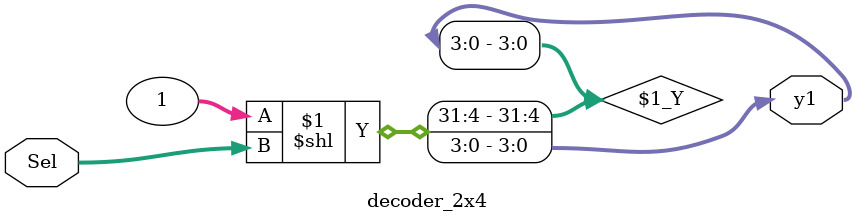
<source format=v>

module mux4x1 (i0,i1,i2,i3,sel,Y);
input i0,i1,i2,i3;
input [1:0] sel;
output Y;
wire[3:0] y;
decoder_2x4  dut ( sel,y );
bufif1 A0 (Y,i0,y[0]);
bufif1 A1 (Y,i1,y[1]);
bufif1 A2 (Y,i2,y[2]);
bufif1 A3 (Y,i3,y[3]);
endmodule





module decoder_2x4 ( Sel,y1 );
input [1:0] Sel;
output [3:0] y1;
assign y1= 1<<Sel;   
endmodule

</source>
